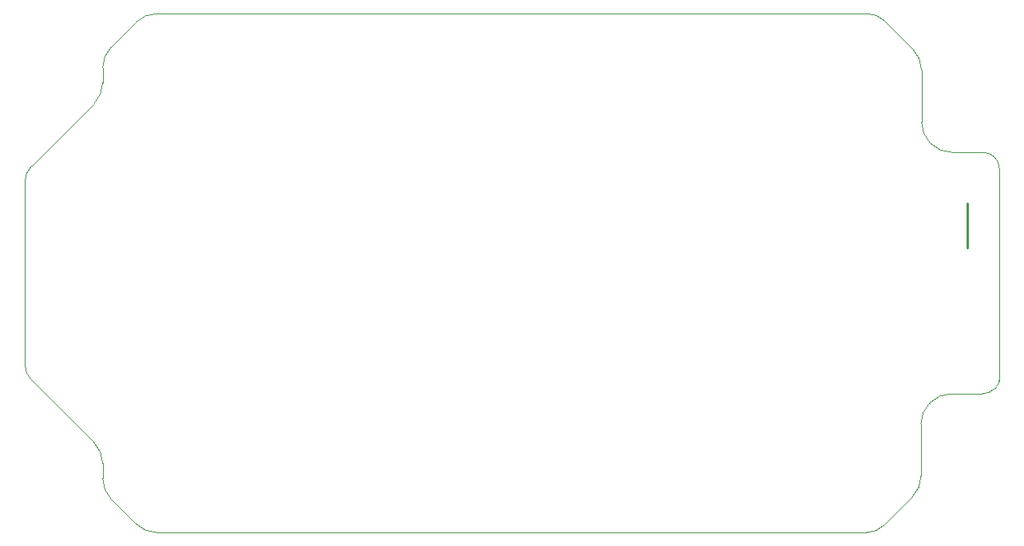
<source format=gm1>
G04*
G04 #@! TF.GenerationSoftware,Altium Limited,Altium Designer,23.2.1 (34)*
G04*
G04 Layer_Color=16711935*
%FSLAX44Y44*%
%MOMM*%
G71*
G04*
G04 #@! TF.SameCoordinates,8496A63A-E985-4FE9-BA7E-BC2AAF8C8172*
G04*
G04*
G04 #@! TF.FilePolarity,Positive*
G04*
G01*
G75*
%ADD11C,0.2540*%
%ADD15C,0.1000*%
D11*
X1361492Y966970D02*
X1361596Y919410D01*
D15*
X444500Y674624D02*
G03*
X453660Y652510I31274J-0D01*
G01*
X479790Y626380D02*
G03*
X501904Y617220I22114J22114D01*
G01*
X1254760D02*
G03*
X1273105Y624819I-0J25944D01*
G01*
X1303336Y655050D02*
G03*
X1312496Y677164I-22114J22114D01*
G01*
X1321656Y754650D02*
G03*
X1312496Y732536I22114J-22114D01*
G01*
X1344500Y764540D02*
G03*
X1322387Y755380I-0J-31274D01*
G01*
X1377702Y764540D02*
G03*
X1389966Y769620I0J17344D01*
G01*
X1392895Y772549D02*
G03*
X1395394Y778580I-6032J6032D01*
G01*
X1395730Y1003736D02*
G03*
X1390650Y1016000I-17344J0D01*
G01*
D02*
G03*
X1378386Y1021080I-12264J-12264D01*
G01*
X1323070Y1030240D02*
G03*
X1345184Y1021080I22114J22114D01*
G01*
X1313180Y1053084D02*
G03*
X1322340Y1030970I31274J0D01*
G01*
X1313180Y1108456D02*
G03*
X1304020Y1130570I-31274J0D01*
G01*
X1273789Y1160801D02*
G03*
X1255444Y1168400I-18345J-18345D01*
G01*
X501904Y1168400D02*
G03*
X479790Y1159240I-0J-31274D01*
G01*
X453660Y1133110D02*
G03*
X444500Y1110996I22114J-22114D01*
G01*
X435340Y1072880D02*
G03*
X444500Y1094994I-22114J22114D01*
G01*
X369134Y1006674D02*
G03*
X361950Y989330I17344J-17344D01*
G01*
Y796290D02*
G03*
X369134Y778946I24528J0D01*
G01*
X444500Y690626D02*
G03*
X435340Y712740I-31274J0D01*
G01*
X453660Y652510D02*
X479790Y626380D01*
X501904Y617220D02*
X1254760D01*
X1273105Y624819D02*
X1303337Y655050D01*
X1312496Y677164D02*
Y732536D01*
X1321656Y754650D02*
X1322387Y755380D01*
X1344500Y764540D02*
X1377702D01*
X1389966Y769620D02*
X1390699Y770352D01*
X1392163Y771817D01*
X1392895Y772549D01*
X1395394Y778580D02*
X1395730Y1003736D01*
X1345184Y1021080D02*
X1378386D01*
X1322340Y1030970D02*
X1323070Y1030240D01*
X1313180Y1053084D02*
Y1108456D01*
X1273789Y1160801D02*
X1304020Y1130570D01*
X501904Y1168400D02*
X1255444Y1168400D01*
X453660Y1133110D02*
X479790Y1159240D01*
X444500Y1094994D02*
Y1110996D01*
X369134Y1006674D02*
X435340Y1072880D01*
X361950Y796290D02*
Y989330D01*
X369134Y778946D02*
X435340Y712740D01*
X444500Y674624D02*
Y690626D01*
M02*

</source>
